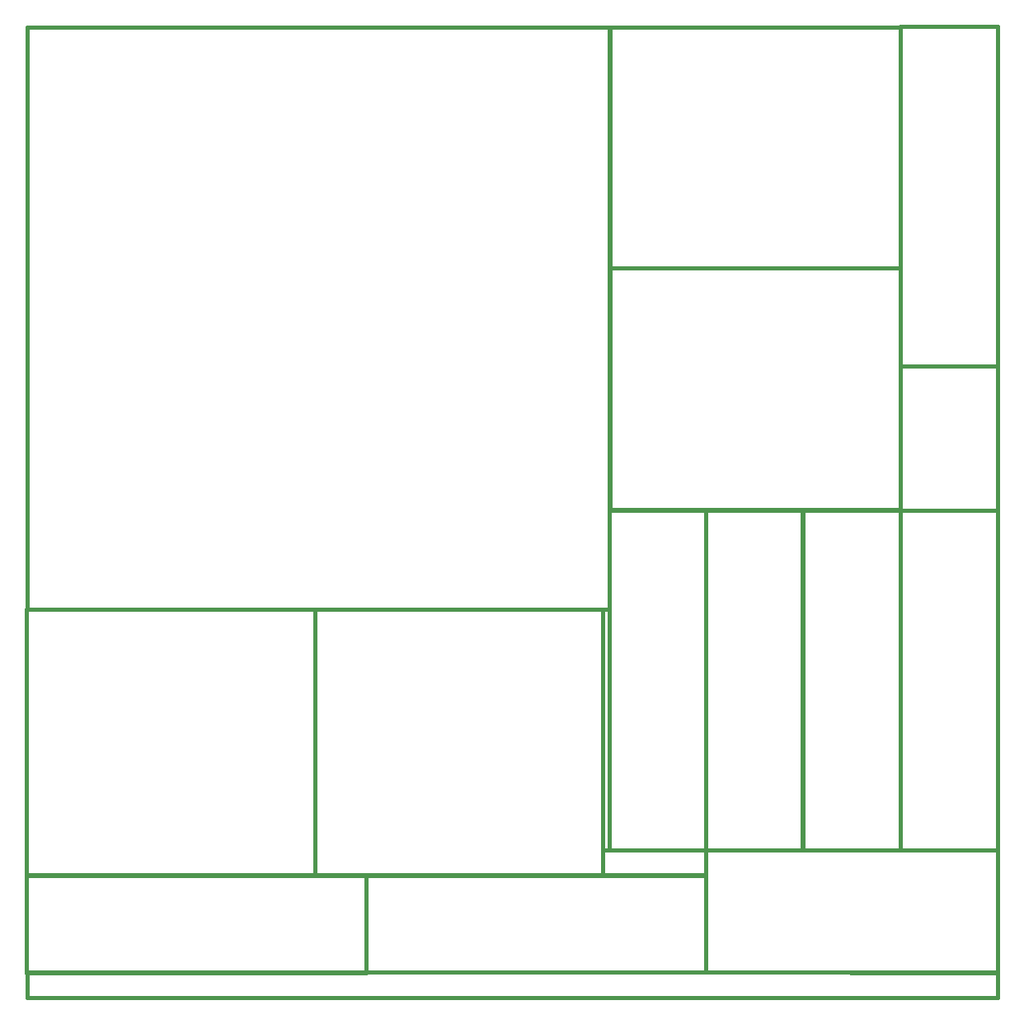
<source format=gbr>
%FSLAX34Y34*%
%MOMM*%
%LNOUTLINE*%
G71*
G01*
%ADD10C, 0.400*%
%LPD*%
G54D10*
X599900Y400000D02*
X2000Y400000D01*
X2000Y998000D01*
X599900Y998000D01*
X599900Y400000D01*
G54D10*
X600600Y998000D02*
X898600Y998000D01*
X898600Y750000D01*
X600600Y750000D01*
X600600Y998000D01*
G54D10*
X600500Y750000D02*
X898500Y750000D01*
X898500Y502000D01*
X600500Y502000D01*
X600500Y750000D01*
G54D10*
X698982Y126736D02*
X698982Y26936D01*
X350082Y26936D01*
X350082Y126436D01*
X698982Y126736D01*
G54D10*
X350182Y126536D02*
X350182Y26736D01*
X1282Y26736D01*
X1282Y126236D01*
X350182Y126536D01*
G54D10*
X898575Y998429D02*
X998375Y998429D01*
X998375Y649529D01*
X898875Y649529D01*
X898575Y998429D01*
G54D10*
X599575Y501429D02*
X699375Y501429D01*
X699375Y152529D01*
X599875Y152529D01*
X599575Y501429D01*
G54D10*
X1500Y400000D02*
X297500Y400000D01*
X297500Y127000D01*
X1500Y127000D01*
X1500Y399000D01*
G54D10*
X297500Y400000D02*
X593500Y400000D01*
X593500Y127000D01*
X297500Y127000D01*
X297500Y399000D01*
G54D10*
X698575Y501429D02*
X798375Y501429D01*
X798375Y152529D01*
X698875Y152529D01*
X698575Y501429D01*
G54D10*
X898575Y501429D02*
X998375Y501429D01*
X998375Y152529D01*
X898875Y152529D01*
X898575Y501429D01*
G54D10*
X798575Y501429D02*
X898375Y501429D01*
X898375Y152529D01*
X798875Y152529D01*
X798575Y501429D01*
G54D10*
X999000Y27000D02*
X2000Y27000D01*
X2000Y1000D01*
X999000Y1000D01*
X999000Y27000D01*
G54D10*
X996900Y26800D02*
X698875Y27000D01*
X698875Y152529D01*
X998375Y152529D01*
X999000Y27000D01*
G54D10*
X898875Y649529D02*
X998375Y649529D01*
X998375Y501429D01*
X898875Y501429D01*
X898875Y649529D01*
G54D10*
X698875Y152529D02*
X593500Y152529D01*
X593500Y127000D01*
X698875Y127000D01*
X698875Y152529D01*
M02*

</source>
